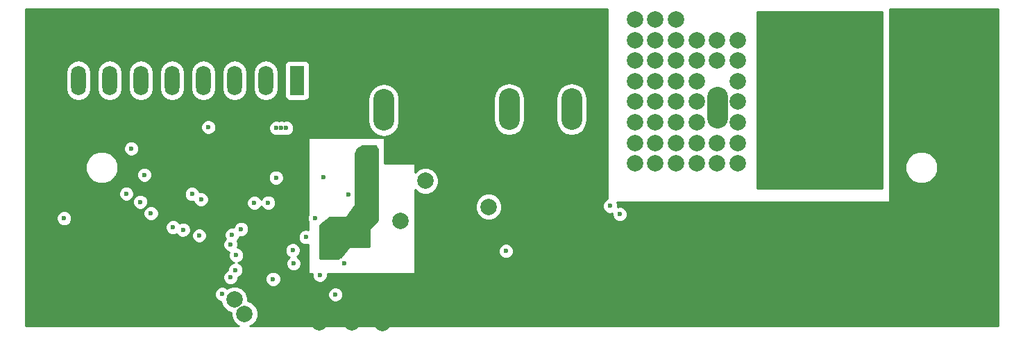
<source format=gbr>
G04 #@! TF.FileFunction,Copper,L2,Inr,Signal*
%FSLAX46Y46*%
G04 Gerber Fmt 4.6, Leading zero omitted, Abs format (unit mm)*
G04 Created by KiCad (PCBNEW 4.0.6) date Thu Jun  1 11:47:27 2017*
%MOMM*%
%LPD*%
G01*
G04 APERTURE LIST*
%ADD10C,0.100000*%
%ADD11C,1.998980*%
%ADD12O,2.540000X5.080000*%
%ADD13R,1.800000X3.600000*%
%ADD14O,1.800000X3.600000*%
%ADD15C,0.600000*%
%ADD16C,2.000000*%
%ADD17C,2.000000*%
%ADD18C,0.254000*%
G04 APERTURE END LIST*
D10*
D11*
X77410000Y-77830000D03*
X76170000Y-76120000D03*
X86500000Y-78900000D03*
X90530000Y-78900000D03*
X94210000Y-78930000D03*
X132550000Y-59500000D03*
X125050000Y-57000000D03*
X125050000Y-59500000D03*
X127550000Y-57000000D03*
X130050000Y-57000000D03*
X132550000Y-57000000D03*
X130050000Y-59500000D03*
X127550000Y-59500000D03*
X146000000Y-52090000D03*
X148500000Y-52090000D03*
X148500000Y-47090000D03*
X146000000Y-47090000D03*
X148500000Y-49590000D03*
X146000000Y-49590000D03*
X148500000Y-44590000D03*
X146000000Y-42090000D03*
X146000000Y-44590000D03*
X153500000Y-49590000D03*
X153500000Y-52090000D03*
X151000000Y-52090000D03*
X151000000Y-49590000D03*
X151000000Y-47090000D03*
X153500000Y-44590000D03*
X151000000Y-44590000D03*
X153500000Y-47090000D03*
X153500000Y-42090000D03*
X151000000Y-42090000D03*
X148500000Y-42090000D03*
X148500000Y-57090000D03*
X148500000Y-59590000D03*
X141000000Y-59590000D03*
X141000000Y-57090000D03*
X135050000Y-57000000D03*
X137550000Y-59500000D03*
X137550000Y-57000000D03*
X135050000Y-59500000D03*
X143500000Y-59590000D03*
X146000000Y-54590000D03*
X146000000Y-59590000D03*
X146000000Y-57090000D03*
X143500000Y-57090000D03*
X153500000Y-57090000D03*
X153500000Y-54590000D03*
X151000000Y-54590000D03*
X148500000Y-54590000D03*
X153500000Y-59590000D03*
X151000000Y-59590000D03*
X151000000Y-57090000D03*
X137550000Y-47000000D03*
X135050000Y-47000000D03*
X132550000Y-47000000D03*
X137550000Y-44500000D03*
X135050000Y-44500000D03*
X132550000Y-44500000D03*
X127550000Y-42000000D03*
X130050000Y-44500000D03*
X127550000Y-44500000D03*
X125050000Y-44500000D03*
X130050000Y-42000000D03*
X125050000Y-42000000D03*
X137550000Y-49500000D03*
X137550000Y-54500000D03*
X132550000Y-54500000D03*
X137550000Y-52000000D03*
X132550000Y-52000000D03*
X132550000Y-49500000D03*
X127550000Y-47000000D03*
X130050000Y-49500000D03*
X125050000Y-49500000D03*
X130050000Y-47000000D03*
X127550000Y-49500000D03*
X125050000Y-47000000D03*
D12*
X142770000Y-52700000D03*
X135150000Y-52700000D03*
D11*
X141000000Y-44590000D03*
X143500000Y-47090000D03*
X141000000Y-49590000D03*
X141000000Y-47090000D03*
X143500000Y-44590000D03*
X127550000Y-54500000D03*
X130050000Y-54500000D03*
X125050000Y-54500000D03*
X130050000Y-52000000D03*
X127550000Y-52000000D03*
X125050000Y-52000000D03*
D12*
X102020000Y-53000000D03*
X94400000Y-53000000D03*
D13*
X83810000Y-49400000D03*
D14*
X80000000Y-49400000D03*
X76190000Y-49400000D03*
X72380000Y-49400000D03*
X68570000Y-49400000D03*
X64760000Y-49400000D03*
X60950000Y-49400000D03*
X57140000Y-49400000D03*
D12*
X117320000Y-52900000D03*
X109700000Y-52900000D03*
D15*
X82500000Y-55200000D03*
X81300000Y-55200000D03*
X81900000Y-55200000D03*
X73000000Y-55100000D03*
X75700000Y-73400000D03*
D16*
X107200000Y-64800000D03*
X96400000Y-66500000D03*
D15*
X75893288Y-68206712D03*
X74680000Y-75440000D03*
X123200000Y-65700000D03*
X122000000Y-64700000D03*
X109300000Y-70200000D03*
X84900000Y-68500000D03*
X68700000Y-67300000D03*
X64700000Y-64200000D03*
X88500000Y-75500000D03*
X90100000Y-63300000D03*
X80300000Y-64300000D03*
X75700000Y-69400000D03*
X71895046Y-68300000D03*
X69900000Y-67600000D03*
D16*
X99450000Y-61650000D03*
D15*
X81250000Y-61250000D03*
X91900000Y-58500000D03*
X91100000Y-66900000D03*
X89800000Y-66900000D03*
X88700000Y-70400000D03*
X88700000Y-69600000D03*
X83300000Y-70100000D03*
X86600000Y-73100000D03*
X63000000Y-63200000D03*
X71000000Y-63250000D03*
X80900000Y-73600000D03*
X89590440Y-71709560D03*
X83409560Y-71709560D03*
X87000000Y-61200000D03*
X76300000Y-72500000D03*
X85990449Y-66190449D03*
X55400000Y-66200000D03*
X76400000Y-70700000D03*
X63600000Y-57700000D03*
X65200000Y-60900000D03*
X66000000Y-65600000D03*
X72100000Y-63900000D03*
X77000000Y-67500000D03*
X78600000Y-64323062D03*
X99900000Y-58100000D03*
D17*
X91900000Y-58500000D02*
X91900000Y-66100000D01*
X91900000Y-66100000D02*
X91100000Y-66900000D01*
X99900000Y-58100000D02*
X102020000Y-55980000D01*
X102020000Y-55980000D02*
X102020000Y-53000000D01*
X117000000Y-60250000D02*
X108000000Y-60250000D01*
X108000000Y-60250000D02*
X102020000Y-54270000D01*
X118000000Y-61250000D02*
X117000000Y-60250000D01*
X110000000Y-75500000D02*
X118000000Y-67500000D01*
X118000000Y-67500000D02*
X118000000Y-61250000D01*
X97600000Y-75500000D02*
X110000000Y-75500000D01*
X94220000Y-78920000D02*
X97670000Y-75470000D01*
D18*
G36*
X121673000Y-63823442D02*
X121471057Y-63906883D01*
X121207808Y-64169673D01*
X121065162Y-64513201D01*
X121064838Y-64885167D01*
X121206883Y-65228943D01*
X121469673Y-65492192D01*
X121813201Y-65634838D01*
X122185167Y-65635162D01*
X122265085Y-65602141D01*
X122264838Y-65885167D01*
X122406883Y-66228943D01*
X122669673Y-66492192D01*
X123013201Y-66634838D01*
X123385167Y-66635162D01*
X123728943Y-66493117D01*
X123992192Y-66230327D01*
X124134838Y-65886799D01*
X124135162Y-65514833D01*
X123993117Y-65171057D01*
X123730327Y-64907808D01*
X123386799Y-64765162D01*
X123014833Y-64764838D01*
X122934915Y-64797859D01*
X122935162Y-64514833D01*
X122816232Y-64227000D01*
X156000000Y-64227000D01*
X156049410Y-64216994D01*
X156091035Y-64188553D01*
X156118315Y-64146159D01*
X156127000Y-64100000D01*
X156127000Y-60393109D01*
X158014657Y-60393109D01*
X158316218Y-61122943D01*
X158874120Y-61681819D01*
X159603427Y-61984654D01*
X160393109Y-61985343D01*
X161122943Y-61683782D01*
X161681819Y-61125880D01*
X161984654Y-60396573D01*
X161985343Y-59606891D01*
X161683782Y-58877057D01*
X161125880Y-58318181D01*
X160396573Y-58015346D01*
X159606891Y-58014657D01*
X158877057Y-58316218D01*
X158318181Y-58874120D01*
X158015346Y-59603427D01*
X158014657Y-60393109D01*
X156127000Y-60393109D01*
X156127000Y-40685000D01*
X169315000Y-40685000D01*
X169315000Y-79315000D01*
X78096175Y-79315000D01*
X78334655Y-79216462D01*
X78794846Y-78757073D01*
X79044206Y-78156547D01*
X79044774Y-77506306D01*
X78796462Y-76905345D01*
X78337073Y-76445154D01*
X77804400Y-76223969D01*
X77804774Y-75796306D01*
X77758853Y-75685167D01*
X87564838Y-75685167D01*
X87706883Y-76028943D01*
X87969673Y-76292192D01*
X88313201Y-76434838D01*
X88685167Y-76435162D01*
X89028943Y-76293117D01*
X89292192Y-76030327D01*
X89434838Y-75686799D01*
X89435162Y-75314833D01*
X89293117Y-74971057D01*
X89030327Y-74707808D01*
X88686799Y-74565162D01*
X88314833Y-74564838D01*
X87971057Y-74706883D01*
X87707808Y-74969673D01*
X87565162Y-75313201D01*
X87564838Y-75685167D01*
X77758853Y-75685167D01*
X77556462Y-75195345D01*
X77097073Y-74735154D01*
X76496547Y-74485794D01*
X75846306Y-74485226D01*
X75281142Y-74718747D01*
X75210327Y-74647808D01*
X74866799Y-74505162D01*
X74494833Y-74504838D01*
X74151057Y-74646883D01*
X73887808Y-74909673D01*
X73745162Y-75253201D01*
X73744838Y-75625167D01*
X73886883Y-75968943D01*
X74149673Y-76232192D01*
X74493201Y-76374838D01*
X74535286Y-76374875D01*
X74535226Y-76443694D01*
X74783538Y-77044655D01*
X75242927Y-77504846D01*
X75775600Y-77726031D01*
X75775226Y-78153694D01*
X76023538Y-78754655D01*
X76482927Y-79214846D01*
X76724125Y-79315000D01*
X50685000Y-79315000D01*
X50685000Y-69585167D01*
X74764838Y-69585167D01*
X74906883Y-69928943D01*
X75169673Y-70192192D01*
X75513201Y-70334838D01*
X75539216Y-70334861D01*
X75465162Y-70513201D01*
X75464838Y-70885167D01*
X75606883Y-71228943D01*
X75869673Y-71492192D01*
X76079641Y-71579379D01*
X75771057Y-71706883D01*
X75507808Y-71969673D01*
X75365162Y-72313201D01*
X75364976Y-72526758D01*
X75171057Y-72606883D01*
X74907808Y-72869673D01*
X74765162Y-73213201D01*
X74764838Y-73585167D01*
X74906883Y-73928943D01*
X75169673Y-74192192D01*
X75513201Y-74334838D01*
X75885167Y-74335162D01*
X76228943Y-74193117D01*
X76492192Y-73930327D01*
X76552467Y-73785167D01*
X79964838Y-73785167D01*
X80106883Y-74128943D01*
X80369673Y-74392192D01*
X80713201Y-74534838D01*
X81085167Y-74535162D01*
X81428943Y-74393117D01*
X81692192Y-74130327D01*
X81834838Y-73786799D01*
X81835162Y-73414833D01*
X81693117Y-73071057D01*
X81430327Y-72807808D01*
X81086799Y-72665162D01*
X80714833Y-72664838D01*
X80371057Y-72806883D01*
X80107808Y-73069673D01*
X79965162Y-73413201D01*
X79964838Y-73785167D01*
X76552467Y-73785167D01*
X76634838Y-73586799D01*
X76635024Y-73373242D01*
X76828943Y-73293117D01*
X77092192Y-73030327D01*
X77234838Y-72686799D01*
X77235162Y-72314833D01*
X77093117Y-71971057D01*
X76830327Y-71707808D01*
X76620359Y-71620621D01*
X76928943Y-71493117D01*
X77192192Y-71230327D01*
X77334838Y-70886799D01*
X77335162Y-70514833D01*
X77240267Y-70285167D01*
X82364838Y-70285167D01*
X82506883Y-70628943D01*
X82769673Y-70892192D01*
X82865182Y-70931851D01*
X82617368Y-71179233D01*
X82474722Y-71522761D01*
X82474398Y-71894727D01*
X82616443Y-72238503D01*
X82879233Y-72501752D01*
X83222761Y-72644398D01*
X83594727Y-72644722D01*
X83938503Y-72502677D01*
X84201752Y-72239887D01*
X84344398Y-71896359D01*
X84344722Y-71524393D01*
X84202677Y-71180617D01*
X83939887Y-70917368D01*
X83844378Y-70877709D01*
X84092192Y-70630327D01*
X84234838Y-70286799D01*
X84235162Y-69914833D01*
X84093117Y-69571057D01*
X83830327Y-69307808D01*
X83486799Y-69165162D01*
X83114833Y-69164838D01*
X82771057Y-69306883D01*
X82507808Y-69569673D01*
X82365162Y-69913201D01*
X82364838Y-70285167D01*
X77240267Y-70285167D01*
X77193117Y-70171057D01*
X76930327Y-69907808D01*
X76586799Y-69765162D01*
X76560784Y-69765139D01*
X76634838Y-69586799D01*
X76635162Y-69214833D01*
X76510087Y-68912127D01*
X76685480Y-68737039D01*
X76707019Y-68685167D01*
X83964838Y-68685167D01*
X84106883Y-69028943D01*
X84369673Y-69292192D01*
X84713201Y-69434838D01*
X85085167Y-69435162D01*
X85173000Y-69398870D01*
X85173000Y-72800000D01*
X85183006Y-72849410D01*
X85211447Y-72891035D01*
X85253841Y-72918315D01*
X85300000Y-72927000D01*
X85665150Y-72927000D01*
X85664838Y-73285167D01*
X85806883Y-73628943D01*
X86069673Y-73892192D01*
X86413201Y-74034838D01*
X86785167Y-74035162D01*
X87128943Y-73893117D01*
X87392192Y-73630327D01*
X87534838Y-73286799D01*
X87535151Y-72927000D01*
X98100000Y-72927000D01*
X98149410Y-72916994D01*
X98191035Y-72888553D01*
X98218315Y-72846159D01*
X98227000Y-72800000D01*
X98227000Y-70385167D01*
X108364838Y-70385167D01*
X108506883Y-70728943D01*
X108769673Y-70992192D01*
X109113201Y-71134838D01*
X109485167Y-71135162D01*
X109828943Y-70993117D01*
X110092192Y-70730327D01*
X110234838Y-70386799D01*
X110235162Y-70014833D01*
X110093117Y-69671057D01*
X109830327Y-69407808D01*
X109486799Y-69265162D01*
X109114833Y-69264838D01*
X108771057Y-69406883D01*
X108507808Y-69669673D01*
X108365162Y-70013201D01*
X108364838Y-70385167D01*
X98227000Y-70385167D01*
X98227000Y-65123795D01*
X105564716Y-65123795D01*
X105813106Y-65724943D01*
X106272637Y-66185278D01*
X106873352Y-66434716D01*
X107523795Y-66435284D01*
X108124943Y-66186894D01*
X108585278Y-65727363D01*
X108834716Y-65126648D01*
X108835284Y-64476205D01*
X108586894Y-63875057D01*
X108127363Y-63414722D01*
X107526648Y-63165284D01*
X106876205Y-63164716D01*
X106275057Y-63413106D01*
X105814722Y-63872637D01*
X105565284Y-64473352D01*
X105564716Y-65123795D01*
X98227000Y-65123795D01*
X98227000Y-62739124D01*
X98522637Y-63035278D01*
X99123352Y-63284716D01*
X99773795Y-63285284D01*
X100374943Y-63036894D01*
X100835278Y-62577363D01*
X101084716Y-61976648D01*
X101085284Y-61326205D01*
X100836894Y-60725057D01*
X100377363Y-60264722D01*
X99776648Y-60015284D01*
X99126205Y-60014716D01*
X98525057Y-60263106D01*
X98227000Y-60560642D01*
X98227000Y-59600000D01*
X98216994Y-59550590D01*
X98188553Y-59508965D01*
X98146159Y-59481685D01*
X98100000Y-59473000D01*
X94527000Y-59473000D01*
X94527000Y-56500000D01*
X94516994Y-56450590D01*
X94488553Y-56408965D01*
X94446159Y-56381685D01*
X94400000Y-56373000D01*
X85300000Y-56373000D01*
X85250590Y-56383006D01*
X85208965Y-56411447D01*
X85181685Y-56453841D01*
X85173000Y-56500000D01*
X85173000Y-65720947D01*
X85055611Y-66003650D01*
X85055287Y-66375616D01*
X85173000Y-66660504D01*
X85173000Y-67600956D01*
X85086799Y-67565162D01*
X84714833Y-67564838D01*
X84371057Y-67706883D01*
X84107808Y-67969673D01*
X83965162Y-68313201D01*
X83964838Y-68685167D01*
X76707019Y-68685167D01*
X76811294Y-68434046D01*
X76813201Y-68434838D01*
X77185167Y-68435162D01*
X77528943Y-68293117D01*
X77792192Y-68030327D01*
X77934838Y-67686799D01*
X77935162Y-67314833D01*
X77793117Y-66971057D01*
X77530327Y-66707808D01*
X77186799Y-66565162D01*
X76814833Y-66564838D01*
X76471057Y-66706883D01*
X76207808Y-66969673D01*
X76081994Y-67272666D01*
X76080087Y-67271874D01*
X75708121Y-67271550D01*
X75364345Y-67413595D01*
X75101096Y-67676385D01*
X74958450Y-68019913D01*
X74958126Y-68391879D01*
X75083201Y-68694585D01*
X74907808Y-68869673D01*
X74765162Y-69213201D01*
X74764838Y-69585167D01*
X50685000Y-69585167D01*
X50685000Y-67485167D01*
X67764838Y-67485167D01*
X67906883Y-67828943D01*
X68169673Y-68092192D01*
X68513201Y-68234838D01*
X68885167Y-68235162D01*
X69117207Y-68139285D01*
X69369673Y-68392192D01*
X69713201Y-68534838D01*
X70085167Y-68535162D01*
X70206164Y-68485167D01*
X70959884Y-68485167D01*
X71101929Y-68828943D01*
X71364719Y-69092192D01*
X71708247Y-69234838D01*
X72080213Y-69235162D01*
X72423989Y-69093117D01*
X72687238Y-68830327D01*
X72829884Y-68486799D01*
X72830208Y-68114833D01*
X72688163Y-67771057D01*
X72425373Y-67507808D01*
X72081845Y-67365162D01*
X71709879Y-67364838D01*
X71366103Y-67506883D01*
X71102854Y-67769673D01*
X70960208Y-68113201D01*
X70959884Y-68485167D01*
X70206164Y-68485167D01*
X70428943Y-68393117D01*
X70692192Y-68130327D01*
X70834838Y-67786799D01*
X70835162Y-67414833D01*
X70693117Y-67071057D01*
X70430327Y-66807808D01*
X70086799Y-66665162D01*
X69714833Y-66664838D01*
X69482793Y-66760715D01*
X69230327Y-66507808D01*
X68886799Y-66365162D01*
X68514833Y-66364838D01*
X68171057Y-66506883D01*
X67907808Y-66769673D01*
X67765162Y-67113201D01*
X67764838Y-67485167D01*
X50685000Y-67485167D01*
X50685000Y-66385167D01*
X54464838Y-66385167D01*
X54606883Y-66728943D01*
X54869673Y-66992192D01*
X55213201Y-67134838D01*
X55585167Y-67135162D01*
X55928943Y-66993117D01*
X56192192Y-66730327D01*
X56334838Y-66386799D01*
X56335162Y-66014833D01*
X56240267Y-65785167D01*
X65064838Y-65785167D01*
X65206883Y-66128943D01*
X65469673Y-66392192D01*
X65813201Y-66534838D01*
X66185167Y-66535162D01*
X66528943Y-66393117D01*
X66792192Y-66130327D01*
X66934838Y-65786799D01*
X66935162Y-65414833D01*
X66793117Y-65071057D01*
X66530327Y-64807808D01*
X66186799Y-64665162D01*
X65814833Y-64664838D01*
X65471057Y-64806883D01*
X65207808Y-65069673D01*
X65065162Y-65413201D01*
X65064838Y-65785167D01*
X56240267Y-65785167D01*
X56193117Y-65671057D01*
X55930327Y-65407808D01*
X55586799Y-65265162D01*
X55214833Y-65264838D01*
X54871057Y-65406883D01*
X54607808Y-65669673D01*
X54465162Y-66013201D01*
X54464838Y-66385167D01*
X50685000Y-66385167D01*
X50685000Y-64385167D01*
X63764838Y-64385167D01*
X63906883Y-64728943D01*
X64169673Y-64992192D01*
X64513201Y-65134838D01*
X64885167Y-65135162D01*
X65228943Y-64993117D01*
X65492192Y-64730327D01*
X65634838Y-64386799D01*
X65635162Y-64014833D01*
X65493117Y-63671057D01*
X65257639Y-63435167D01*
X70064838Y-63435167D01*
X70206883Y-63778943D01*
X70469673Y-64042192D01*
X70813201Y-64184838D01*
X71185167Y-64185162D01*
X71203094Y-64177755D01*
X71306883Y-64428943D01*
X71569673Y-64692192D01*
X71913201Y-64834838D01*
X72285167Y-64835162D01*
X72628943Y-64693117D01*
X72814153Y-64508229D01*
X77664838Y-64508229D01*
X77806883Y-64852005D01*
X78069673Y-65115254D01*
X78413201Y-65257900D01*
X78785167Y-65258224D01*
X79128943Y-65116179D01*
X79392192Y-64853389D01*
X79454742Y-64702752D01*
X79506883Y-64828943D01*
X79769673Y-65092192D01*
X80113201Y-65234838D01*
X80485167Y-65235162D01*
X80828943Y-65093117D01*
X81092192Y-64830327D01*
X81234838Y-64486799D01*
X81235162Y-64114833D01*
X81093117Y-63771057D01*
X80830327Y-63507808D01*
X80486799Y-63365162D01*
X80114833Y-63364838D01*
X79771057Y-63506883D01*
X79507808Y-63769673D01*
X79445258Y-63920310D01*
X79393117Y-63794119D01*
X79130327Y-63530870D01*
X78786799Y-63388224D01*
X78414833Y-63387900D01*
X78071057Y-63529945D01*
X77807808Y-63792735D01*
X77665162Y-64136263D01*
X77664838Y-64508229D01*
X72814153Y-64508229D01*
X72892192Y-64430327D01*
X73034838Y-64086799D01*
X73035162Y-63714833D01*
X72893117Y-63371057D01*
X72630327Y-63107808D01*
X72286799Y-62965162D01*
X71914833Y-62964838D01*
X71896906Y-62972245D01*
X71793117Y-62721057D01*
X71530327Y-62457808D01*
X71186799Y-62315162D01*
X70814833Y-62314838D01*
X70471057Y-62456883D01*
X70207808Y-62719673D01*
X70065162Y-63063201D01*
X70064838Y-63435167D01*
X65257639Y-63435167D01*
X65230327Y-63407808D01*
X64886799Y-63265162D01*
X64514833Y-63264838D01*
X64171057Y-63406883D01*
X63907808Y-63669673D01*
X63765162Y-64013201D01*
X63764838Y-64385167D01*
X50685000Y-64385167D01*
X50685000Y-63385167D01*
X62064838Y-63385167D01*
X62206883Y-63728943D01*
X62469673Y-63992192D01*
X62813201Y-64134838D01*
X63185167Y-64135162D01*
X63528943Y-63993117D01*
X63792192Y-63730327D01*
X63934838Y-63386799D01*
X63935162Y-63014833D01*
X63793117Y-62671057D01*
X63530327Y-62407808D01*
X63186799Y-62265162D01*
X62814833Y-62264838D01*
X62471057Y-62406883D01*
X62207808Y-62669673D01*
X62065162Y-63013201D01*
X62064838Y-63385167D01*
X50685000Y-63385167D01*
X50685000Y-60393109D01*
X58014657Y-60393109D01*
X58316218Y-61122943D01*
X58874120Y-61681819D01*
X59603427Y-61984654D01*
X60393109Y-61985343D01*
X61122943Y-61683782D01*
X61681819Y-61125880D01*
X61698724Y-61085167D01*
X64264838Y-61085167D01*
X64406883Y-61428943D01*
X64669673Y-61692192D01*
X65013201Y-61834838D01*
X65385167Y-61835162D01*
X65728943Y-61693117D01*
X65987343Y-61435167D01*
X80314838Y-61435167D01*
X80456883Y-61778943D01*
X80719673Y-62042192D01*
X81063201Y-62184838D01*
X81435167Y-62185162D01*
X81778943Y-62043117D01*
X82042192Y-61780327D01*
X82184838Y-61436799D01*
X82185162Y-61064833D01*
X82043117Y-60721057D01*
X81780327Y-60457808D01*
X81436799Y-60315162D01*
X81064833Y-60314838D01*
X80721057Y-60456883D01*
X80457808Y-60719673D01*
X80315162Y-61063201D01*
X80314838Y-61435167D01*
X65987343Y-61435167D01*
X65992192Y-61430327D01*
X66134838Y-61086799D01*
X66135162Y-60714833D01*
X65993117Y-60371057D01*
X65730327Y-60107808D01*
X65386799Y-59965162D01*
X65014833Y-59964838D01*
X64671057Y-60106883D01*
X64407808Y-60369673D01*
X64265162Y-60713201D01*
X64264838Y-61085167D01*
X61698724Y-61085167D01*
X61984654Y-60396573D01*
X61985343Y-59606891D01*
X61683782Y-58877057D01*
X61125880Y-58318181D01*
X60396573Y-58015346D01*
X59606891Y-58014657D01*
X58877057Y-58316218D01*
X58318181Y-58874120D01*
X58015346Y-59603427D01*
X58014657Y-60393109D01*
X50685000Y-60393109D01*
X50685000Y-57885167D01*
X62664838Y-57885167D01*
X62806883Y-58228943D01*
X63069673Y-58492192D01*
X63413201Y-58634838D01*
X63785167Y-58635162D01*
X64128943Y-58493117D01*
X64392192Y-58230327D01*
X64534838Y-57886799D01*
X64535162Y-57514833D01*
X64393117Y-57171057D01*
X64130327Y-56907808D01*
X63786799Y-56765162D01*
X63414833Y-56764838D01*
X63071057Y-56906883D01*
X62807808Y-57169673D01*
X62665162Y-57513201D01*
X62664838Y-57885167D01*
X50685000Y-57885167D01*
X50685000Y-55285167D01*
X72064838Y-55285167D01*
X72206883Y-55628943D01*
X72469673Y-55892192D01*
X72813201Y-56034838D01*
X73185167Y-56035162D01*
X73528943Y-55893117D01*
X73792192Y-55630327D01*
X73893991Y-55385167D01*
X80364838Y-55385167D01*
X80506883Y-55728943D01*
X80769673Y-55992192D01*
X81113201Y-56134838D01*
X81485167Y-56135162D01*
X81599857Y-56087773D01*
X81713201Y-56134838D01*
X82085167Y-56135162D01*
X82199857Y-56087773D01*
X82313201Y-56134838D01*
X82685167Y-56135162D01*
X83028943Y-55993117D01*
X83292192Y-55730327D01*
X83434838Y-55386799D01*
X83435162Y-55014833D01*
X83293117Y-54671057D01*
X83030327Y-54407808D01*
X82686799Y-54265162D01*
X82314833Y-54264838D01*
X82200143Y-54312227D01*
X82086799Y-54265162D01*
X81714833Y-54264838D01*
X81600143Y-54312227D01*
X81486799Y-54265162D01*
X81114833Y-54264838D01*
X80771057Y-54406883D01*
X80507808Y-54669673D01*
X80365162Y-55013201D01*
X80364838Y-55385167D01*
X73893991Y-55385167D01*
X73934838Y-55286799D01*
X73935162Y-54914833D01*
X73793117Y-54571057D01*
X73530327Y-54307808D01*
X73186799Y-54165162D01*
X72814833Y-54164838D01*
X72471057Y-54306883D01*
X72207808Y-54569673D01*
X72065162Y-54913201D01*
X72064838Y-55285167D01*
X50685000Y-55285167D01*
X50685000Y-48452296D01*
X55605000Y-48452296D01*
X55605000Y-50347704D01*
X55721845Y-50935123D01*
X56054591Y-51433113D01*
X56552581Y-51765859D01*
X57140000Y-51882704D01*
X57727419Y-51765859D01*
X58225409Y-51433113D01*
X58558155Y-50935123D01*
X58675000Y-50347704D01*
X58675000Y-48452296D01*
X59415000Y-48452296D01*
X59415000Y-50347704D01*
X59531845Y-50935123D01*
X59864591Y-51433113D01*
X60362581Y-51765859D01*
X60950000Y-51882704D01*
X61537419Y-51765859D01*
X62035409Y-51433113D01*
X62368155Y-50935123D01*
X62485000Y-50347704D01*
X62485000Y-48452296D01*
X63225000Y-48452296D01*
X63225000Y-50347704D01*
X63341845Y-50935123D01*
X63674591Y-51433113D01*
X64172581Y-51765859D01*
X64760000Y-51882704D01*
X65347419Y-51765859D01*
X65845409Y-51433113D01*
X66178155Y-50935123D01*
X66295000Y-50347704D01*
X66295000Y-48452296D01*
X67035000Y-48452296D01*
X67035000Y-50347704D01*
X67151845Y-50935123D01*
X67484591Y-51433113D01*
X67982581Y-51765859D01*
X68570000Y-51882704D01*
X69157419Y-51765859D01*
X69655409Y-51433113D01*
X69988155Y-50935123D01*
X70105000Y-50347704D01*
X70105000Y-48452296D01*
X70845000Y-48452296D01*
X70845000Y-50347704D01*
X70961845Y-50935123D01*
X71294591Y-51433113D01*
X71792581Y-51765859D01*
X72380000Y-51882704D01*
X72967419Y-51765859D01*
X73465409Y-51433113D01*
X73798155Y-50935123D01*
X73915000Y-50347704D01*
X73915000Y-48452296D01*
X74655000Y-48452296D01*
X74655000Y-50347704D01*
X74771845Y-50935123D01*
X75104591Y-51433113D01*
X75602581Y-51765859D01*
X76190000Y-51882704D01*
X76777419Y-51765859D01*
X77275409Y-51433113D01*
X77608155Y-50935123D01*
X77725000Y-50347704D01*
X77725000Y-48452296D01*
X78465000Y-48452296D01*
X78465000Y-50347704D01*
X78581845Y-50935123D01*
X78914591Y-51433113D01*
X79412581Y-51765859D01*
X80000000Y-51882704D01*
X80587419Y-51765859D01*
X81085409Y-51433113D01*
X81418155Y-50935123D01*
X81535000Y-50347704D01*
X81535000Y-48452296D01*
X81418155Y-47864877D01*
X81241170Y-47600000D01*
X82262560Y-47600000D01*
X82262560Y-51200000D01*
X82306838Y-51435317D01*
X82445910Y-51651441D01*
X82658110Y-51796431D01*
X82910000Y-51847440D01*
X84710000Y-51847440D01*
X84945317Y-51803162D01*
X85155678Y-51667798D01*
X92495000Y-51667798D01*
X92495000Y-54332202D01*
X92640009Y-55061214D01*
X93052962Y-55679240D01*
X93670988Y-56092193D01*
X94400000Y-56237202D01*
X95129012Y-56092193D01*
X95747038Y-55679240D01*
X96159991Y-55061214D01*
X96305000Y-54332202D01*
X96305000Y-51667798D01*
X96285109Y-51567798D01*
X107795000Y-51567798D01*
X107795000Y-54232202D01*
X107940009Y-54961214D01*
X108352962Y-55579240D01*
X108970988Y-55992193D01*
X109700000Y-56137202D01*
X110429012Y-55992193D01*
X111047038Y-55579240D01*
X111459991Y-54961214D01*
X111605000Y-54232202D01*
X111605000Y-51567798D01*
X115415000Y-51567798D01*
X115415000Y-54232202D01*
X115560009Y-54961214D01*
X115972962Y-55579240D01*
X116590988Y-55992193D01*
X117320000Y-56137202D01*
X118049012Y-55992193D01*
X118667038Y-55579240D01*
X119079991Y-54961214D01*
X119225000Y-54232202D01*
X119225000Y-51567798D01*
X119079991Y-50838786D01*
X118667038Y-50220760D01*
X118049012Y-49807807D01*
X117320000Y-49662798D01*
X116590988Y-49807807D01*
X115972962Y-50220760D01*
X115560009Y-50838786D01*
X115415000Y-51567798D01*
X111605000Y-51567798D01*
X111459991Y-50838786D01*
X111047038Y-50220760D01*
X110429012Y-49807807D01*
X109700000Y-49662798D01*
X108970988Y-49807807D01*
X108352962Y-50220760D01*
X107940009Y-50838786D01*
X107795000Y-51567798D01*
X96285109Y-51567798D01*
X96159991Y-50938786D01*
X95747038Y-50320760D01*
X95129012Y-49907807D01*
X94400000Y-49762798D01*
X93670988Y-49907807D01*
X93052962Y-50320760D01*
X92640009Y-50938786D01*
X92495000Y-51667798D01*
X85155678Y-51667798D01*
X85161441Y-51664090D01*
X85306431Y-51451890D01*
X85357440Y-51200000D01*
X85357440Y-47600000D01*
X85313162Y-47364683D01*
X85174090Y-47148559D01*
X84961890Y-47003569D01*
X84710000Y-46952560D01*
X82910000Y-46952560D01*
X82674683Y-46996838D01*
X82458559Y-47135910D01*
X82313569Y-47348110D01*
X82262560Y-47600000D01*
X81241170Y-47600000D01*
X81085409Y-47366887D01*
X80587419Y-47034141D01*
X80000000Y-46917296D01*
X79412581Y-47034141D01*
X78914591Y-47366887D01*
X78581845Y-47864877D01*
X78465000Y-48452296D01*
X77725000Y-48452296D01*
X77608155Y-47864877D01*
X77275409Y-47366887D01*
X76777419Y-47034141D01*
X76190000Y-46917296D01*
X75602581Y-47034141D01*
X75104591Y-47366887D01*
X74771845Y-47864877D01*
X74655000Y-48452296D01*
X73915000Y-48452296D01*
X73798155Y-47864877D01*
X73465409Y-47366887D01*
X72967419Y-47034141D01*
X72380000Y-46917296D01*
X71792581Y-47034141D01*
X71294591Y-47366887D01*
X70961845Y-47864877D01*
X70845000Y-48452296D01*
X70105000Y-48452296D01*
X69988155Y-47864877D01*
X69655409Y-47366887D01*
X69157419Y-47034141D01*
X68570000Y-46917296D01*
X67982581Y-47034141D01*
X67484591Y-47366887D01*
X67151845Y-47864877D01*
X67035000Y-48452296D01*
X66295000Y-48452296D01*
X66178155Y-47864877D01*
X65845409Y-47366887D01*
X65347419Y-47034141D01*
X64760000Y-46917296D01*
X64172581Y-47034141D01*
X63674591Y-47366887D01*
X63341845Y-47864877D01*
X63225000Y-48452296D01*
X62485000Y-48452296D01*
X62368155Y-47864877D01*
X62035409Y-47366887D01*
X61537419Y-47034141D01*
X60950000Y-46917296D01*
X60362581Y-47034141D01*
X59864591Y-47366887D01*
X59531845Y-47864877D01*
X59415000Y-48452296D01*
X58675000Y-48452296D01*
X58558155Y-47864877D01*
X58225409Y-47366887D01*
X57727419Y-47034141D01*
X57140000Y-46917296D01*
X56552581Y-47034141D01*
X56054591Y-47366887D01*
X55721845Y-47864877D01*
X55605000Y-48452296D01*
X50685000Y-48452296D01*
X50685000Y-40685000D01*
X121673000Y-40685000D01*
X121673000Y-63823442D01*
X121673000Y-63823442D01*
G37*
X121673000Y-63823442D02*
X121471057Y-63906883D01*
X121207808Y-64169673D01*
X121065162Y-64513201D01*
X121064838Y-64885167D01*
X121206883Y-65228943D01*
X121469673Y-65492192D01*
X121813201Y-65634838D01*
X122185167Y-65635162D01*
X122265085Y-65602141D01*
X122264838Y-65885167D01*
X122406883Y-66228943D01*
X122669673Y-66492192D01*
X123013201Y-66634838D01*
X123385167Y-66635162D01*
X123728943Y-66493117D01*
X123992192Y-66230327D01*
X124134838Y-65886799D01*
X124135162Y-65514833D01*
X123993117Y-65171057D01*
X123730327Y-64907808D01*
X123386799Y-64765162D01*
X123014833Y-64764838D01*
X122934915Y-64797859D01*
X122935162Y-64514833D01*
X122816232Y-64227000D01*
X156000000Y-64227000D01*
X156049410Y-64216994D01*
X156091035Y-64188553D01*
X156118315Y-64146159D01*
X156127000Y-64100000D01*
X156127000Y-60393109D01*
X158014657Y-60393109D01*
X158316218Y-61122943D01*
X158874120Y-61681819D01*
X159603427Y-61984654D01*
X160393109Y-61985343D01*
X161122943Y-61683782D01*
X161681819Y-61125880D01*
X161984654Y-60396573D01*
X161985343Y-59606891D01*
X161683782Y-58877057D01*
X161125880Y-58318181D01*
X160396573Y-58015346D01*
X159606891Y-58014657D01*
X158877057Y-58316218D01*
X158318181Y-58874120D01*
X158015346Y-59603427D01*
X158014657Y-60393109D01*
X156127000Y-60393109D01*
X156127000Y-40685000D01*
X169315000Y-40685000D01*
X169315000Y-79315000D01*
X78096175Y-79315000D01*
X78334655Y-79216462D01*
X78794846Y-78757073D01*
X79044206Y-78156547D01*
X79044774Y-77506306D01*
X78796462Y-76905345D01*
X78337073Y-76445154D01*
X77804400Y-76223969D01*
X77804774Y-75796306D01*
X77758853Y-75685167D01*
X87564838Y-75685167D01*
X87706883Y-76028943D01*
X87969673Y-76292192D01*
X88313201Y-76434838D01*
X88685167Y-76435162D01*
X89028943Y-76293117D01*
X89292192Y-76030327D01*
X89434838Y-75686799D01*
X89435162Y-75314833D01*
X89293117Y-74971057D01*
X89030327Y-74707808D01*
X88686799Y-74565162D01*
X88314833Y-74564838D01*
X87971057Y-74706883D01*
X87707808Y-74969673D01*
X87565162Y-75313201D01*
X87564838Y-75685167D01*
X77758853Y-75685167D01*
X77556462Y-75195345D01*
X77097073Y-74735154D01*
X76496547Y-74485794D01*
X75846306Y-74485226D01*
X75281142Y-74718747D01*
X75210327Y-74647808D01*
X74866799Y-74505162D01*
X74494833Y-74504838D01*
X74151057Y-74646883D01*
X73887808Y-74909673D01*
X73745162Y-75253201D01*
X73744838Y-75625167D01*
X73886883Y-75968943D01*
X74149673Y-76232192D01*
X74493201Y-76374838D01*
X74535286Y-76374875D01*
X74535226Y-76443694D01*
X74783538Y-77044655D01*
X75242927Y-77504846D01*
X75775600Y-77726031D01*
X75775226Y-78153694D01*
X76023538Y-78754655D01*
X76482927Y-79214846D01*
X76724125Y-79315000D01*
X50685000Y-79315000D01*
X50685000Y-69585167D01*
X74764838Y-69585167D01*
X74906883Y-69928943D01*
X75169673Y-70192192D01*
X75513201Y-70334838D01*
X75539216Y-70334861D01*
X75465162Y-70513201D01*
X75464838Y-70885167D01*
X75606883Y-71228943D01*
X75869673Y-71492192D01*
X76079641Y-71579379D01*
X75771057Y-71706883D01*
X75507808Y-71969673D01*
X75365162Y-72313201D01*
X75364976Y-72526758D01*
X75171057Y-72606883D01*
X74907808Y-72869673D01*
X74765162Y-73213201D01*
X74764838Y-73585167D01*
X74906883Y-73928943D01*
X75169673Y-74192192D01*
X75513201Y-74334838D01*
X75885167Y-74335162D01*
X76228943Y-74193117D01*
X76492192Y-73930327D01*
X76552467Y-73785167D01*
X79964838Y-73785167D01*
X80106883Y-74128943D01*
X80369673Y-74392192D01*
X80713201Y-74534838D01*
X81085167Y-74535162D01*
X81428943Y-74393117D01*
X81692192Y-74130327D01*
X81834838Y-73786799D01*
X81835162Y-73414833D01*
X81693117Y-73071057D01*
X81430327Y-72807808D01*
X81086799Y-72665162D01*
X80714833Y-72664838D01*
X80371057Y-72806883D01*
X80107808Y-73069673D01*
X79965162Y-73413201D01*
X79964838Y-73785167D01*
X76552467Y-73785167D01*
X76634838Y-73586799D01*
X76635024Y-73373242D01*
X76828943Y-73293117D01*
X77092192Y-73030327D01*
X77234838Y-72686799D01*
X77235162Y-72314833D01*
X77093117Y-71971057D01*
X76830327Y-71707808D01*
X76620359Y-71620621D01*
X76928943Y-71493117D01*
X77192192Y-71230327D01*
X77334838Y-70886799D01*
X77335162Y-70514833D01*
X77240267Y-70285167D01*
X82364838Y-70285167D01*
X82506883Y-70628943D01*
X82769673Y-70892192D01*
X82865182Y-70931851D01*
X82617368Y-71179233D01*
X82474722Y-71522761D01*
X82474398Y-71894727D01*
X82616443Y-72238503D01*
X82879233Y-72501752D01*
X83222761Y-72644398D01*
X83594727Y-72644722D01*
X83938503Y-72502677D01*
X84201752Y-72239887D01*
X84344398Y-71896359D01*
X84344722Y-71524393D01*
X84202677Y-71180617D01*
X83939887Y-70917368D01*
X83844378Y-70877709D01*
X84092192Y-70630327D01*
X84234838Y-70286799D01*
X84235162Y-69914833D01*
X84093117Y-69571057D01*
X83830327Y-69307808D01*
X83486799Y-69165162D01*
X83114833Y-69164838D01*
X82771057Y-69306883D01*
X82507808Y-69569673D01*
X82365162Y-69913201D01*
X82364838Y-70285167D01*
X77240267Y-70285167D01*
X77193117Y-70171057D01*
X76930327Y-69907808D01*
X76586799Y-69765162D01*
X76560784Y-69765139D01*
X76634838Y-69586799D01*
X76635162Y-69214833D01*
X76510087Y-68912127D01*
X76685480Y-68737039D01*
X76707019Y-68685167D01*
X83964838Y-68685167D01*
X84106883Y-69028943D01*
X84369673Y-69292192D01*
X84713201Y-69434838D01*
X85085167Y-69435162D01*
X85173000Y-69398870D01*
X85173000Y-72800000D01*
X85183006Y-72849410D01*
X85211447Y-72891035D01*
X85253841Y-72918315D01*
X85300000Y-72927000D01*
X85665150Y-72927000D01*
X85664838Y-73285167D01*
X85806883Y-73628943D01*
X86069673Y-73892192D01*
X86413201Y-74034838D01*
X86785167Y-74035162D01*
X87128943Y-73893117D01*
X87392192Y-73630327D01*
X87534838Y-73286799D01*
X87535151Y-72927000D01*
X98100000Y-72927000D01*
X98149410Y-72916994D01*
X98191035Y-72888553D01*
X98218315Y-72846159D01*
X98227000Y-72800000D01*
X98227000Y-70385167D01*
X108364838Y-70385167D01*
X108506883Y-70728943D01*
X108769673Y-70992192D01*
X109113201Y-71134838D01*
X109485167Y-71135162D01*
X109828943Y-70993117D01*
X110092192Y-70730327D01*
X110234838Y-70386799D01*
X110235162Y-70014833D01*
X110093117Y-69671057D01*
X109830327Y-69407808D01*
X109486799Y-69265162D01*
X109114833Y-69264838D01*
X108771057Y-69406883D01*
X108507808Y-69669673D01*
X108365162Y-70013201D01*
X108364838Y-70385167D01*
X98227000Y-70385167D01*
X98227000Y-65123795D01*
X105564716Y-65123795D01*
X105813106Y-65724943D01*
X106272637Y-66185278D01*
X106873352Y-66434716D01*
X107523795Y-66435284D01*
X108124943Y-66186894D01*
X108585278Y-65727363D01*
X108834716Y-65126648D01*
X108835284Y-64476205D01*
X108586894Y-63875057D01*
X108127363Y-63414722D01*
X107526648Y-63165284D01*
X106876205Y-63164716D01*
X106275057Y-63413106D01*
X105814722Y-63872637D01*
X105565284Y-64473352D01*
X105564716Y-65123795D01*
X98227000Y-65123795D01*
X98227000Y-62739124D01*
X98522637Y-63035278D01*
X99123352Y-63284716D01*
X99773795Y-63285284D01*
X100374943Y-63036894D01*
X100835278Y-62577363D01*
X101084716Y-61976648D01*
X101085284Y-61326205D01*
X100836894Y-60725057D01*
X100377363Y-60264722D01*
X99776648Y-60015284D01*
X99126205Y-60014716D01*
X98525057Y-60263106D01*
X98227000Y-60560642D01*
X98227000Y-59600000D01*
X98216994Y-59550590D01*
X98188553Y-59508965D01*
X98146159Y-59481685D01*
X98100000Y-59473000D01*
X94527000Y-59473000D01*
X94527000Y-56500000D01*
X94516994Y-56450590D01*
X94488553Y-56408965D01*
X94446159Y-56381685D01*
X94400000Y-56373000D01*
X85300000Y-56373000D01*
X85250590Y-56383006D01*
X85208965Y-56411447D01*
X85181685Y-56453841D01*
X85173000Y-56500000D01*
X85173000Y-65720947D01*
X85055611Y-66003650D01*
X85055287Y-66375616D01*
X85173000Y-66660504D01*
X85173000Y-67600956D01*
X85086799Y-67565162D01*
X84714833Y-67564838D01*
X84371057Y-67706883D01*
X84107808Y-67969673D01*
X83965162Y-68313201D01*
X83964838Y-68685167D01*
X76707019Y-68685167D01*
X76811294Y-68434046D01*
X76813201Y-68434838D01*
X77185167Y-68435162D01*
X77528943Y-68293117D01*
X77792192Y-68030327D01*
X77934838Y-67686799D01*
X77935162Y-67314833D01*
X77793117Y-66971057D01*
X77530327Y-66707808D01*
X77186799Y-66565162D01*
X76814833Y-66564838D01*
X76471057Y-66706883D01*
X76207808Y-66969673D01*
X76081994Y-67272666D01*
X76080087Y-67271874D01*
X75708121Y-67271550D01*
X75364345Y-67413595D01*
X75101096Y-67676385D01*
X74958450Y-68019913D01*
X74958126Y-68391879D01*
X75083201Y-68694585D01*
X74907808Y-68869673D01*
X74765162Y-69213201D01*
X74764838Y-69585167D01*
X50685000Y-69585167D01*
X50685000Y-67485167D01*
X67764838Y-67485167D01*
X67906883Y-67828943D01*
X68169673Y-68092192D01*
X68513201Y-68234838D01*
X68885167Y-68235162D01*
X69117207Y-68139285D01*
X69369673Y-68392192D01*
X69713201Y-68534838D01*
X70085167Y-68535162D01*
X70206164Y-68485167D01*
X70959884Y-68485167D01*
X71101929Y-68828943D01*
X71364719Y-69092192D01*
X71708247Y-69234838D01*
X72080213Y-69235162D01*
X72423989Y-69093117D01*
X72687238Y-68830327D01*
X72829884Y-68486799D01*
X72830208Y-68114833D01*
X72688163Y-67771057D01*
X72425373Y-67507808D01*
X72081845Y-67365162D01*
X71709879Y-67364838D01*
X71366103Y-67506883D01*
X71102854Y-67769673D01*
X70960208Y-68113201D01*
X70959884Y-68485167D01*
X70206164Y-68485167D01*
X70428943Y-68393117D01*
X70692192Y-68130327D01*
X70834838Y-67786799D01*
X70835162Y-67414833D01*
X70693117Y-67071057D01*
X70430327Y-66807808D01*
X70086799Y-66665162D01*
X69714833Y-66664838D01*
X69482793Y-66760715D01*
X69230327Y-66507808D01*
X68886799Y-66365162D01*
X68514833Y-66364838D01*
X68171057Y-66506883D01*
X67907808Y-66769673D01*
X67765162Y-67113201D01*
X67764838Y-67485167D01*
X50685000Y-67485167D01*
X50685000Y-66385167D01*
X54464838Y-66385167D01*
X54606883Y-66728943D01*
X54869673Y-66992192D01*
X55213201Y-67134838D01*
X55585167Y-67135162D01*
X55928943Y-66993117D01*
X56192192Y-66730327D01*
X56334838Y-66386799D01*
X56335162Y-66014833D01*
X56240267Y-65785167D01*
X65064838Y-65785167D01*
X65206883Y-66128943D01*
X65469673Y-66392192D01*
X65813201Y-66534838D01*
X66185167Y-66535162D01*
X66528943Y-66393117D01*
X66792192Y-66130327D01*
X66934838Y-65786799D01*
X66935162Y-65414833D01*
X66793117Y-65071057D01*
X66530327Y-64807808D01*
X66186799Y-64665162D01*
X65814833Y-64664838D01*
X65471057Y-64806883D01*
X65207808Y-65069673D01*
X65065162Y-65413201D01*
X65064838Y-65785167D01*
X56240267Y-65785167D01*
X56193117Y-65671057D01*
X55930327Y-65407808D01*
X55586799Y-65265162D01*
X55214833Y-65264838D01*
X54871057Y-65406883D01*
X54607808Y-65669673D01*
X54465162Y-66013201D01*
X54464838Y-66385167D01*
X50685000Y-66385167D01*
X50685000Y-64385167D01*
X63764838Y-64385167D01*
X63906883Y-64728943D01*
X64169673Y-64992192D01*
X64513201Y-65134838D01*
X64885167Y-65135162D01*
X65228943Y-64993117D01*
X65492192Y-64730327D01*
X65634838Y-64386799D01*
X65635162Y-64014833D01*
X65493117Y-63671057D01*
X65257639Y-63435167D01*
X70064838Y-63435167D01*
X70206883Y-63778943D01*
X70469673Y-64042192D01*
X70813201Y-64184838D01*
X71185167Y-64185162D01*
X71203094Y-64177755D01*
X71306883Y-64428943D01*
X71569673Y-64692192D01*
X71913201Y-64834838D01*
X72285167Y-64835162D01*
X72628943Y-64693117D01*
X72814153Y-64508229D01*
X77664838Y-64508229D01*
X77806883Y-64852005D01*
X78069673Y-65115254D01*
X78413201Y-65257900D01*
X78785167Y-65258224D01*
X79128943Y-65116179D01*
X79392192Y-64853389D01*
X79454742Y-64702752D01*
X79506883Y-64828943D01*
X79769673Y-65092192D01*
X80113201Y-65234838D01*
X80485167Y-65235162D01*
X80828943Y-65093117D01*
X81092192Y-64830327D01*
X81234838Y-64486799D01*
X81235162Y-64114833D01*
X81093117Y-63771057D01*
X80830327Y-63507808D01*
X80486799Y-63365162D01*
X80114833Y-63364838D01*
X79771057Y-63506883D01*
X79507808Y-63769673D01*
X79445258Y-63920310D01*
X79393117Y-63794119D01*
X79130327Y-63530870D01*
X78786799Y-63388224D01*
X78414833Y-63387900D01*
X78071057Y-63529945D01*
X77807808Y-63792735D01*
X77665162Y-64136263D01*
X77664838Y-64508229D01*
X72814153Y-64508229D01*
X72892192Y-64430327D01*
X73034838Y-64086799D01*
X73035162Y-63714833D01*
X72893117Y-63371057D01*
X72630327Y-63107808D01*
X72286799Y-62965162D01*
X71914833Y-62964838D01*
X71896906Y-62972245D01*
X71793117Y-62721057D01*
X71530327Y-62457808D01*
X71186799Y-62315162D01*
X70814833Y-62314838D01*
X70471057Y-62456883D01*
X70207808Y-62719673D01*
X70065162Y-63063201D01*
X70064838Y-63435167D01*
X65257639Y-63435167D01*
X65230327Y-63407808D01*
X64886799Y-63265162D01*
X64514833Y-63264838D01*
X64171057Y-63406883D01*
X63907808Y-63669673D01*
X63765162Y-64013201D01*
X63764838Y-64385167D01*
X50685000Y-64385167D01*
X50685000Y-63385167D01*
X62064838Y-63385167D01*
X62206883Y-63728943D01*
X62469673Y-63992192D01*
X62813201Y-64134838D01*
X63185167Y-64135162D01*
X63528943Y-63993117D01*
X63792192Y-63730327D01*
X63934838Y-63386799D01*
X63935162Y-63014833D01*
X63793117Y-62671057D01*
X63530327Y-62407808D01*
X63186799Y-62265162D01*
X62814833Y-62264838D01*
X62471057Y-62406883D01*
X62207808Y-62669673D01*
X62065162Y-63013201D01*
X62064838Y-63385167D01*
X50685000Y-63385167D01*
X50685000Y-60393109D01*
X58014657Y-60393109D01*
X58316218Y-61122943D01*
X58874120Y-61681819D01*
X59603427Y-61984654D01*
X60393109Y-61985343D01*
X61122943Y-61683782D01*
X61681819Y-61125880D01*
X61698724Y-61085167D01*
X64264838Y-61085167D01*
X64406883Y-61428943D01*
X64669673Y-61692192D01*
X65013201Y-61834838D01*
X65385167Y-61835162D01*
X65728943Y-61693117D01*
X65987343Y-61435167D01*
X80314838Y-61435167D01*
X80456883Y-61778943D01*
X80719673Y-62042192D01*
X81063201Y-62184838D01*
X81435167Y-62185162D01*
X81778943Y-62043117D01*
X82042192Y-61780327D01*
X82184838Y-61436799D01*
X82185162Y-61064833D01*
X82043117Y-60721057D01*
X81780327Y-60457808D01*
X81436799Y-60315162D01*
X81064833Y-60314838D01*
X80721057Y-60456883D01*
X80457808Y-60719673D01*
X80315162Y-61063201D01*
X80314838Y-61435167D01*
X65987343Y-61435167D01*
X65992192Y-61430327D01*
X66134838Y-61086799D01*
X66135162Y-60714833D01*
X65993117Y-60371057D01*
X65730327Y-60107808D01*
X65386799Y-59965162D01*
X65014833Y-59964838D01*
X64671057Y-60106883D01*
X64407808Y-60369673D01*
X64265162Y-60713201D01*
X64264838Y-61085167D01*
X61698724Y-61085167D01*
X61984654Y-60396573D01*
X61985343Y-59606891D01*
X61683782Y-58877057D01*
X61125880Y-58318181D01*
X60396573Y-58015346D01*
X59606891Y-58014657D01*
X58877057Y-58316218D01*
X58318181Y-58874120D01*
X58015346Y-59603427D01*
X58014657Y-60393109D01*
X50685000Y-60393109D01*
X50685000Y-57885167D01*
X62664838Y-57885167D01*
X62806883Y-58228943D01*
X63069673Y-58492192D01*
X63413201Y-58634838D01*
X63785167Y-58635162D01*
X64128943Y-58493117D01*
X64392192Y-58230327D01*
X64534838Y-57886799D01*
X64535162Y-57514833D01*
X64393117Y-57171057D01*
X64130327Y-56907808D01*
X63786799Y-56765162D01*
X63414833Y-56764838D01*
X63071057Y-56906883D01*
X62807808Y-57169673D01*
X62665162Y-57513201D01*
X62664838Y-57885167D01*
X50685000Y-57885167D01*
X50685000Y-55285167D01*
X72064838Y-55285167D01*
X72206883Y-55628943D01*
X72469673Y-55892192D01*
X72813201Y-56034838D01*
X73185167Y-56035162D01*
X73528943Y-55893117D01*
X73792192Y-55630327D01*
X73893991Y-55385167D01*
X80364838Y-55385167D01*
X80506883Y-55728943D01*
X80769673Y-55992192D01*
X81113201Y-56134838D01*
X81485167Y-56135162D01*
X81599857Y-56087773D01*
X81713201Y-56134838D01*
X82085167Y-56135162D01*
X82199857Y-56087773D01*
X82313201Y-56134838D01*
X82685167Y-56135162D01*
X83028943Y-55993117D01*
X83292192Y-55730327D01*
X83434838Y-55386799D01*
X83435162Y-55014833D01*
X83293117Y-54671057D01*
X83030327Y-54407808D01*
X82686799Y-54265162D01*
X82314833Y-54264838D01*
X82200143Y-54312227D01*
X82086799Y-54265162D01*
X81714833Y-54264838D01*
X81600143Y-54312227D01*
X81486799Y-54265162D01*
X81114833Y-54264838D01*
X80771057Y-54406883D01*
X80507808Y-54669673D01*
X80365162Y-55013201D01*
X80364838Y-55385167D01*
X73893991Y-55385167D01*
X73934838Y-55286799D01*
X73935162Y-54914833D01*
X73793117Y-54571057D01*
X73530327Y-54307808D01*
X73186799Y-54165162D01*
X72814833Y-54164838D01*
X72471057Y-54306883D01*
X72207808Y-54569673D01*
X72065162Y-54913201D01*
X72064838Y-55285167D01*
X50685000Y-55285167D01*
X50685000Y-48452296D01*
X55605000Y-48452296D01*
X55605000Y-50347704D01*
X55721845Y-50935123D01*
X56054591Y-51433113D01*
X56552581Y-51765859D01*
X57140000Y-51882704D01*
X57727419Y-51765859D01*
X58225409Y-51433113D01*
X58558155Y-50935123D01*
X58675000Y-50347704D01*
X58675000Y-48452296D01*
X59415000Y-48452296D01*
X59415000Y-50347704D01*
X59531845Y-50935123D01*
X59864591Y-51433113D01*
X60362581Y-51765859D01*
X60950000Y-51882704D01*
X61537419Y-51765859D01*
X62035409Y-51433113D01*
X62368155Y-50935123D01*
X62485000Y-50347704D01*
X62485000Y-48452296D01*
X63225000Y-48452296D01*
X63225000Y-50347704D01*
X63341845Y-50935123D01*
X63674591Y-51433113D01*
X64172581Y-51765859D01*
X64760000Y-51882704D01*
X65347419Y-51765859D01*
X65845409Y-51433113D01*
X66178155Y-50935123D01*
X66295000Y-50347704D01*
X66295000Y-48452296D01*
X67035000Y-48452296D01*
X67035000Y-50347704D01*
X67151845Y-50935123D01*
X67484591Y-51433113D01*
X67982581Y-51765859D01*
X68570000Y-51882704D01*
X69157419Y-51765859D01*
X69655409Y-51433113D01*
X69988155Y-50935123D01*
X70105000Y-50347704D01*
X70105000Y-48452296D01*
X70845000Y-48452296D01*
X70845000Y-50347704D01*
X70961845Y-50935123D01*
X71294591Y-51433113D01*
X71792581Y-51765859D01*
X72380000Y-51882704D01*
X72967419Y-51765859D01*
X73465409Y-51433113D01*
X73798155Y-50935123D01*
X73915000Y-50347704D01*
X73915000Y-48452296D01*
X74655000Y-48452296D01*
X74655000Y-50347704D01*
X74771845Y-50935123D01*
X75104591Y-51433113D01*
X75602581Y-51765859D01*
X76190000Y-51882704D01*
X76777419Y-51765859D01*
X77275409Y-51433113D01*
X77608155Y-50935123D01*
X77725000Y-50347704D01*
X77725000Y-48452296D01*
X78465000Y-48452296D01*
X78465000Y-50347704D01*
X78581845Y-50935123D01*
X78914591Y-51433113D01*
X79412581Y-51765859D01*
X80000000Y-51882704D01*
X80587419Y-51765859D01*
X81085409Y-51433113D01*
X81418155Y-50935123D01*
X81535000Y-50347704D01*
X81535000Y-48452296D01*
X81418155Y-47864877D01*
X81241170Y-47600000D01*
X82262560Y-47600000D01*
X82262560Y-51200000D01*
X82306838Y-51435317D01*
X82445910Y-51651441D01*
X82658110Y-51796431D01*
X82910000Y-51847440D01*
X84710000Y-51847440D01*
X84945317Y-51803162D01*
X85155678Y-51667798D01*
X92495000Y-51667798D01*
X92495000Y-54332202D01*
X92640009Y-55061214D01*
X93052962Y-55679240D01*
X93670988Y-56092193D01*
X94400000Y-56237202D01*
X95129012Y-56092193D01*
X95747038Y-55679240D01*
X96159991Y-55061214D01*
X96305000Y-54332202D01*
X96305000Y-51667798D01*
X96285109Y-51567798D01*
X107795000Y-51567798D01*
X107795000Y-54232202D01*
X107940009Y-54961214D01*
X108352962Y-55579240D01*
X108970988Y-55992193D01*
X109700000Y-56137202D01*
X110429012Y-55992193D01*
X111047038Y-55579240D01*
X111459991Y-54961214D01*
X111605000Y-54232202D01*
X111605000Y-51567798D01*
X115415000Y-51567798D01*
X115415000Y-54232202D01*
X115560009Y-54961214D01*
X115972962Y-55579240D01*
X116590988Y-55992193D01*
X117320000Y-56137202D01*
X118049012Y-55992193D01*
X118667038Y-55579240D01*
X119079991Y-54961214D01*
X119225000Y-54232202D01*
X119225000Y-51567798D01*
X119079991Y-50838786D01*
X118667038Y-50220760D01*
X118049012Y-49807807D01*
X117320000Y-49662798D01*
X116590988Y-49807807D01*
X115972962Y-50220760D01*
X115560009Y-50838786D01*
X115415000Y-51567798D01*
X111605000Y-51567798D01*
X111459991Y-50838786D01*
X111047038Y-50220760D01*
X110429012Y-49807807D01*
X109700000Y-49662798D01*
X108970988Y-49807807D01*
X108352962Y-50220760D01*
X107940009Y-50838786D01*
X107795000Y-51567798D01*
X96285109Y-51567798D01*
X96159991Y-50938786D01*
X95747038Y-50320760D01*
X95129012Y-49907807D01*
X94400000Y-49762798D01*
X93670988Y-49907807D01*
X93052962Y-50320760D01*
X92640009Y-50938786D01*
X92495000Y-51667798D01*
X85155678Y-51667798D01*
X85161441Y-51664090D01*
X85306431Y-51451890D01*
X85357440Y-51200000D01*
X85357440Y-47600000D01*
X85313162Y-47364683D01*
X85174090Y-47148559D01*
X84961890Y-47003569D01*
X84710000Y-46952560D01*
X82910000Y-46952560D01*
X82674683Y-46996838D01*
X82458559Y-47135910D01*
X82313569Y-47348110D01*
X82262560Y-47600000D01*
X81241170Y-47600000D01*
X81085409Y-47366887D01*
X80587419Y-47034141D01*
X80000000Y-46917296D01*
X79412581Y-47034141D01*
X78914591Y-47366887D01*
X78581845Y-47864877D01*
X78465000Y-48452296D01*
X77725000Y-48452296D01*
X77608155Y-47864877D01*
X77275409Y-47366887D01*
X76777419Y-47034141D01*
X76190000Y-46917296D01*
X75602581Y-47034141D01*
X75104591Y-47366887D01*
X74771845Y-47864877D01*
X74655000Y-48452296D01*
X73915000Y-48452296D01*
X73798155Y-47864877D01*
X73465409Y-47366887D01*
X72967419Y-47034141D01*
X72380000Y-46917296D01*
X71792581Y-47034141D01*
X71294591Y-47366887D01*
X70961845Y-47864877D01*
X70845000Y-48452296D01*
X70105000Y-48452296D01*
X69988155Y-47864877D01*
X69655409Y-47366887D01*
X69157419Y-47034141D01*
X68570000Y-46917296D01*
X67982581Y-47034141D01*
X67484591Y-47366887D01*
X67151845Y-47864877D01*
X67035000Y-48452296D01*
X66295000Y-48452296D01*
X66178155Y-47864877D01*
X65845409Y-47366887D01*
X65347419Y-47034141D01*
X64760000Y-46917296D01*
X64172581Y-47034141D01*
X63674591Y-47366887D01*
X63341845Y-47864877D01*
X63225000Y-48452296D01*
X62485000Y-48452296D01*
X62368155Y-47864877D01*
X62035409Y-47366887D01*
X61537419Y-47034141D01*
X60950000Y-46917296D01*
X60362581Y-47034141D01*
X59864591Y-47366887D01*
X59531845Y-47864877D01*
X59415000Y-48452296D01*
X58675000Y-48452296D01*
X58558155Y-47864877D01*
X58225409Y-47366887D01*
X57727419Y-47034141D01*
X57140000Y-46917296D01*
X56552581Y-47034141D01*
X56054591Y-47366887D01*
X55721845Y-47864877D01*
X55605000Y-48452296D01*
X50685000Y-48452296D01*
X50685000Y-40685000D01*
X121673000Y-40685000D01*
X121673000Y-63823442D01*
G36*
X93623000Y-57779980D02*
X93623000Y-66447394D01*
X92660197Y-67410197D01*
X92632334Y-67452211D01*
X92623000Y-67500000D01*
X92623000Y-69623000D01*
X90250000Y-69623000D01*
X90200590Y-69633006D01*
X90152436Y-69668697D01*
X89139509Y-70884209D01*
X89061497Y-70916443D01*
X88854579Y-71123000D01*
X86627000Y-71123000D01*
X86627000Y-67061039D01*
X87794549Y-66127000D01*
X89750000Y-66127000D01*
X89799410Y-66116994D01*
X89853344Y-66073817D01*
X91103344Y-64323817D01*
X91123921Y-64277795D01*
X91127000Y-64250000D01*
X91127000Y-57817968D01*
X91788452Y-57377000D01*
X93421510Y-57377000D01*
X93623000Y-57779980D01*
X93623000Y-57779980D01*
G37*
X93623000Y-57779980D02*
X93623000Y-66447394D01*
X92660197Y-67410197D01*
X92632334Y-67452211D01*
X92623000Y-67500000D01*
X92623000Y-69623000D01*
X90250000Y-69623000D01*
X90200590Y-69633006D01*
X90152436Y-69668697D01*
X89139509Y-70884209D01*
X89061497Y-70916443D01*
X88854579Y-71123000D01*
X86627000Y-71123000D01*
X86627000Y-67061039D01*
X87794549Y-66127000D01*
X89750000Y-66127000D01*
X89799410Y-66116994D01*
X89853344Y-66073817D01*
X91103344Y-64323817D01*
X91123921Y-64277795D01*
X91127000Y-64250000D01*
X91127000Y-57817968D01*
X91788452Y-57377000D01*
X93421510Y-57377000D01*
X93623000Y-57779980D01*
G36*
X155223000Y-62573000D02*
X139977000Y-62573000D01*
X139977000Y-41027000D01*
X155223000Y-41027000D01*
X155223000Y-62573000D01*
X155223000Y-62573000D01*
G37*
X155223000Y-62573000D02*
X139977000Y-62573000D01*
X139977000Y-41027000D01*
X155223000Y-41027000D01*
X155223000Y-62573000D01*
M02*

</source>
